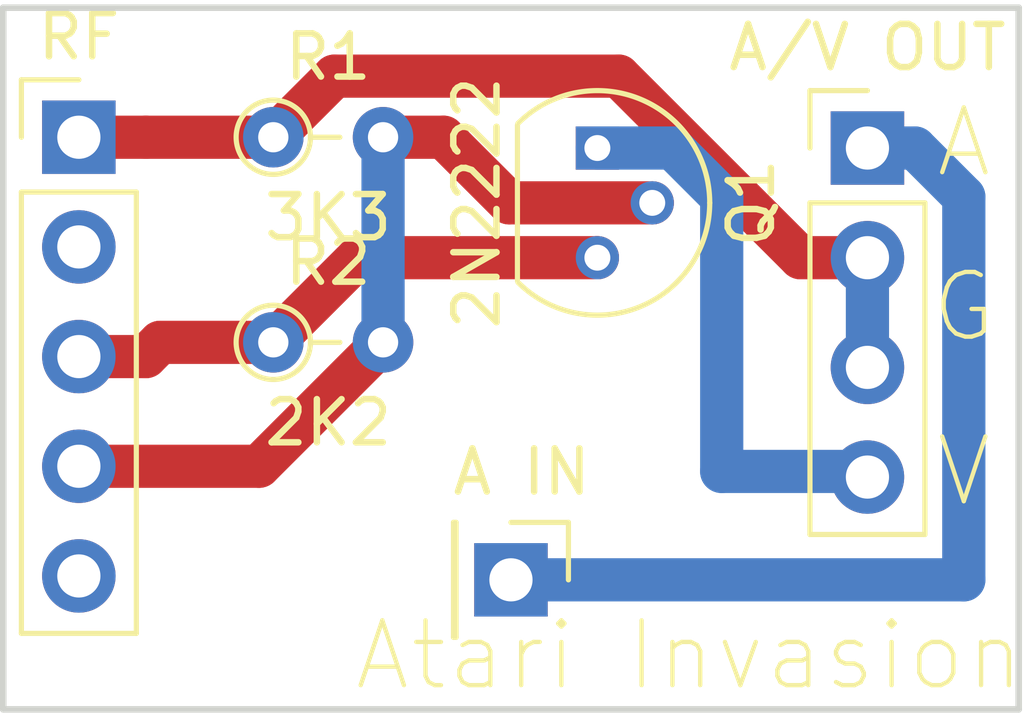
<source format=kicad_pcb>
(kicad_pcb (version 20171130) (host pcbnew 5.1.5+dfsg1-2build2)

  (general
    (thickness 1.6)
    (drawings 8)
    (tracks 26)
    (zones 0)
    (modules 6)
    (nets 8)
  )

  (page A4)
  (layers
    (0 F.Cu signal)
    (31 B.Cu signal)
    (32 B.Adhes user)
    (33 F.Adhes user)
    (34 B.Paste user)
    (35 F.Paste user)
    (36 B.SilkS user)
    (37 F.SilkS user)
    (38 B.Mask user)
    (39 F.Mask user)
    (40 Dwgs.User user)
    (41 Cmts.User user)
    (42 Eco1.User user)
    (43 Eco2.User user)
    (44 Edge.Cuts user)
    (45 Margin user)
    (46 B.CrtYd user)
    (47 F.CrtYd user)
    (48 B.Fab user)
    (49 F.Fab user)
  )

  (setup
    (last_trace_width 0.25)
    (trace_clearance 0.2)
    (zone_clearance 0.508)
    (zone_45_only no)
    (trace_min 0.2)
    (via_size 0.6)
    (via_drill 0.4)
    (via_min_size 0.4)
    (via_min_drill 0.3)
    (uvia_size 0.3)
    (uvia_drill 0.1)
    (uvias_allowed no)
    (uvia_min_size 0.2)
    (uvia_min_drill 0.1)
    (edge_width 0.15)
    (segment_width 0.2)
    (pcb_text_width 0.3)
    (pcb_text_size 1.5 1.5)
    (mod_edge_width 0.15)
    (mod_text_size 1 1)
    (mod_text_width 0.15)
    (pad_size 1 1)
    (pad_drill 0.6)
    (pad_to_mask_clearance 0.2)
    (aux_axis_origin 0 0)
    (visible_elements FFFFFF7F)
    (pcbplotparams
      (layerselection 0x00030_80000001)
      (usegerberextensions false)
      (usegerberattributes false)
      (usegerberadvancedattributes false)
      (creategerberjobfile false)
      (excludeedgelayer true)
      (linewidth 0.100000)
      (plotframeref false)
      (viasonmask false)
      (mode 1)
      (useauxorigin false)
      (hpglpennumber 1)
      (hpglpenspeed 20)
      (hpglpendiameter 15.000000)
      (psnegative false)
      (psa4output false)
      (plotreference true)
      (plotvalue true)
      (plotinvisibletext false)
      (padsonsilk false)
      (subtractmaskfromsilk false)
      (outputformat 1)
      (mirror false)
      (drillshape 1)
      (scaleselection 1)
      (outputdirectory ""))
  )

  (net 0 "")
  (net 1 "Net-(J1-Pad2)")
  (net 2 +5V)
  (net 3 "Net-(J1-Pad4)")
  (net 4 "Net-(J1-Pad5)")
  (net 5 "Net-(J2-Pad1)")
  (net 6 "Net-(J3-Pad4)")
  (net 7 "Net-(J3-Pad3)")

  (net_class Default "This is the default net class."
    (clearance 0.2)
    (trace_width 0.25)
    (via_dia 0.6)
    (via_drill 0.4)
    (uvia_dia 0.3)
    (uvia_drill 0.1)
    (add_net +5V)
    (add_net "Net-(J1-Pad2)")
    (add_net "Net-(J1-Pad4)")
    (add_net "Net-(J1-Pad5)")
    (add_net "Net-(J2-Pad1)")
    (add_net "Net-(J3-Pad3)")
    (add_net "Net-(J3-Pad4)")
  )

  (module Connector_PinHeader_2.54mm:PinHeader_1x04_P2.54mm_Vertical (layer F.Cu) (tedit 59FED5CC) (tstamp 5A84DD92)
    (at 155.25 103)
    (descr "Through hole straight pin header, 1x04, 2.54mm pitch, single row")
    (tags "Through hole pin header THT 1x04 2.54mm single row")
    (path /5A84D4F1)
    (fp_text reference "A/V OUT" (at 0 -2.33) (layer F.SilkS)
      (effects (font (size 1 1) (thickness 0.15)))
    )
    (fp_text value "A/V OUT" (at 0 10.03) (layer F.Fab)
      (effects (font (size 1 1) (thickness 0.15)))
    )
    (fp_text user %R (at 0 2.54 90) (layer F.Fab)
      (effects (font (size 1 1) (thickness 0.15)))
    )
    (fp_line (start 1.8 -1.8) (end -1.8 -1.8) (layer F.CrtYd) (width 0.05))
    (fp_line (start 1.8 9.4) (end 1.8 -1.8) (layer F.CrtYd) (width 0.05))
    (fp_line (start -1.8 9.4) (end 1.8 9.4) (layer F.CrtYd) (width 0.05))
    (fp_line (start -1.8 -1.8) (end -1.8 9.4) (layer F.CrtYd) (width 0.05))
    (fp_line (start -1.33 -1.33) (end 0 -1.33) (layer F.SilkS) (width 0.12))
    (fp_line (start -1.33 0) (end -1.33 -1.33) (layer F.SilkS) (width 0.12))
    (fp_line (start -1.33 1.27) (end 1.33 1.27) (layer F.SilkS) (width 0.12))
    (fp_line (start 1.33 1.27) (end 1.33 8.95) (layer F.SilkS) (width 0.12))
    (fp_line (start -1.33 1.27) (end -1.33 8.95) (layer F.SilkS) (width 0.12))
    (fp_line (start -1.33 8.95) (end 1.33 8.95) (layer F.SilkS) (width 0.12))
    (fp_line (start -1.27 -0.635) (end -0.635 -1.27) (layer F.Fab) (width 0.1))
    (fp_line (start -1.27 8.89) (end -1.27 -0.635) (layer F.Fab) (width 0.1))
    (fp_line (start 1.27 8.89) (end -1.27 8.89) (layer F.Fab) (width 0.1))
    (fp_line (start 1.27 -1.27) (end 1.27 8.89) (layer F.Fab) (width 0.1))
    (fp_line (start -0.635 -1.27) (end 1.27 -1.27) (layer F.Fab) (width 0.1))
    (pad 4 thru_hole oval (at 0 7.62) (size 1.7 1.7) (drill 1) (layers *.Cu *.Mask)
      (net 6 "Net-(J3-Pad4)"))
    (pad 3 thru_hole oval (at 0 5.08) (size 1.7 1.7) (drill 1) (layers *.Cu *.Mask)
      (net 7 "Net-(J3-Pad3)"))
    (pad 2 thru_hole oval (at 0 2.54) (size 1.7 1.7) (drill 1) (layers *.Cu *.Mask)
      (net 7 "Net-(J3-Pad3)"))
    (pad 1 thru_hole rect (at 0 0) (size 1.7 1.7) (drill 1) (layers *.Cu *.Mask)
      (net 5 "Net-(J2-Pad1)"))
    (model ${KISYS3DMOD}/Connector_PinHeader_2.54mm.3dshapes/PinHeader_1x04_P2.54mm_Vertical.wrl
      (at (xyz 0 0 0))
      (scale (xyz 1 1 1))
      (rotate (xyz 0 0 0))
    )
  )

  (module Pin_Headers:Pin_Header_Straight_1x05_Pitch2.54mm (layer F.Cu) (tedit 5A84DF84) (tstamp 5A84DD86)
    (at 137 102.75)
    (descr "Through hole straight pin header, 1x05, 2.54mm pitch, single row")
    (tags "Through hole pin header THT 1x05 2.54mm single row")
    (path /5A84D351)
    (fp_text reference RF (at 0 -2.33) (layer F.SilkS)
      (effects (font (size 1 1) (thickness 0.15)))
    )
    (fp_text value RF (at 0 12.49) (layer F.Fab)
      (effects (font (size 1 1) (thickness 0.15)))
    )
    (fp_line (start -0.635 -1.27) (end 1.27 -1.27) (layer F.Fab) (width 0.1))
    (fp_line (start 1.27 -1.27) (end 1.27 11.43) (layer F.Fab) (width 0.1))
    (fp_line (start 1.27 11.43) (end -1.27 11.43) (layer F.Fab) (width 0.1))
    (fp_line (start -1.27 11.43) (end -1.27 -0.635) (layer F.Fab) (width 0.1))
    (fp_line (start -1.27 -0.635) (end -0.635 -1.27) (layer F.Fab) (width 0.1))
    (fp_line (start -1.33 11.49) (end 1.33 11.49) (layer F.SilkS) (width 0.12))
    (fp_line (start -1.33 1.27) (end -1.33 11.49) (layer F.SilkS) (width 0.12))
    (fp_line (start 1.33 1.27) (end 1.33 11.49) (layer F.SilkS) (width 0.12))
    (fp_line (start -1.33 1.27) (end 1.33 1.27) (layer F.SilkS) (width 0.12))
    (fp_line (start -1.33 0) (end -1.33 -1.33) (layer F.SilkS) (width 0.12))
    (fp_line (start -1.33 -1.33) (end 0 -1.33) (layer F.SilkS) (width 0.12))
    (fp_line (start -1.8 -1.8) (end -1.8 11.95) (layer F.CrtYd) (width 0.05))
    (fp_line (start -1.8 11.95) (end 1.8 11.95) (layer F.CrtYd) (width 0.05))
    (fp_line (start 1.8 11.95) (end 1.8 -1.8) (layer F.CrtYd) (width 0.05))
    (fp_line (start 1.8 -1.8) (end -1.8 -1.8) (layer F.CrtYd) (width 0.05))
    (fp_text user %R (at 0 5.08 90) (layer F.Fab)
      (effects (font (size 1 1) (thickness 0.15)))
    )
    (pad 1 thru_hole rect (at 0 0) (size 1.7 1.7) (drill 1) (layers *.Cu *.Mask)
      (net 7 "Net-(J3-Pad3)"))
    (pad 2 thru_hole oval (at 0 2.54) (size 1.7 1.7) (drill 1) (layers *.Cu *.Mask)
      (net 1 "Net-(J1-Pad2)"))
    (pad 3 thru_hole oval (at 0 5.08) (size 1.7 1.7) (drill 1) (layers *.Cu *.Mask)
      (net 2 +5V))
    (pad 4 thru_hole oval (at 0 7.62) (size 1.7 1.7) (drill 1) (layers *.Cu *.Mask)
      (net 3 "Net-(J1-Pad4)"))
    (pad 5 thru_hole oval (at 0 10.16) (size 1.7 1.7) (drill 1) (layers *.Cu *.Mask)
      (net 4 "Net-(J1-Pad5)"))
    (model ${KISYS3DMOD}/Pin_Headers.3dshapes/Pin_Header_Straight_1x05_Pitch2.54mm.wrl
      (at (xyz 0 0 0))
      (scale (xyz 1 1 1))
      (rotate (xyz 0 0 0))
    )
  )

  (module Pin_Headers:Pin_Header_Straight_1x01_Pitch2.54mm (layer F.Cu) (tedit 5A84DF74) (tstamp 5A84DD8B)
    (at 147 113 270)
    (descr "Through hole straight pin header, 1x01, 2.54mm pitch, single row")
    (tags "Through hole pin header THT 1x01 2.54mm single row")
    (path /5A84D471)
    (fp_text reference "A IN" (at -2.5 -0.25 180) (layer F.SilkS)
      (effects (font (size 1 1) (thickness 0.15)))
    )
    (fp_text value "A IN" (at 0 2.33 270) (layer F.Fab)
      (effects (font (size 1 1) (thickness 0.15)))
    )
    (fp_line (start -0.635 -1.27) (end 1.27 -1.27) (layer F.Fab) (width 0.1))
    (fp_line (start 1.27 -1.27) (end 1.27 1.27) (layer F.Fab) (width 0.1))
    (fp_line (start 1.27 1.27) (end -1.27 1.27) (layer F.Fab) (width 0.1))
    (fp_line (start -1.27 1.27) (end -1.27 -0.635) (layer F.Fab) (width 0.1))
    (fp_line (start -1.27 -0.635) (end -0.635 -1.27) (layer F.Fab) (width 0.1))
    (fp_line (start -1.33 1.33) (end 1.33 1.33) (layer F.SilkS) (width 0.12))
    (fp_line (start -1.33 1.27) (end -1.33 1.33) (layer F.SilkS) (width 0.12))
    (fp_line (start 1.33 1.27) (end 1.33 1.33) (layer F.SilkS) (width 0.12))
    (fp_line (start -1.33 1.27) (end 1.33 1.27) (layer F.SilkS) (width 0.12))
    (fp_line (start -1.33 0) (end -1.33 -1.33) (layer F.SilkS) (width 0.12))
    (fp_line (start -1.33 -1.33) (end 0 -1.33) (layer F.SilkS) (width 0.12))
    (fp_line (start -1.8 -1.8) (end -1.8 1.8) (layer F.CrtYd) (width 0.05))
    (fp_line (start -1.8 1.8) (end 1.8 1.8) (layer F.CrtYd) (width 0.05))
    (fp_line (start 1.8 1.8) (end 1.8 -1.8) (layer F.CrtYd) (width 0.05))
    (fp_line (start 1.8 -1.8) (end -1.8 -1.8) (layer F.CrtYd) (width 0.05))
    (fp_text user %R (at 0 0) (layer F.Fab)
      (effects (font (size 1 1) (thickness 0.15)))
    )
    (pad 1 thru_hole rect (at 0 0 270) (size 1.7 1.7) (drill 1) (layers *.Cu *.Mask)
      (net 5 "Net-(J2-Pad1)"))
    (model ${KISYS3DMOD}/Pin_Headers.3dshapes/Pin_Header_Straight_1x01_Pitch2.54mm.wrl
      (at (xyz 0 0 0))
      (scale (xyz 1 1 1))
      (rotate (xyz 0 0 0))
    )
  )

  (module TO_SOT_Packages_THT:TO-92_Molded_Narrow (layer F.Cu) (tedit 58CE52AF) (tstamp 5A84DD99)
    (at 149 103 270)
    (descr "TO-92 leads molded, narrow, drill 0.6mm (see NXP sot054_po.pdf)")
    (tags "to-92 sc-43 sc-43a sot54 PA33 transistor")
    (path /5A84D18C)
    (fp_text reference Q1 (at 1.27 -3.56 270) (layer F.SilkS)
      (effects (font (size 1 1) (thickness 0.15)))
    )
    (fp_text value 2N2222 (at 1.27 2.79 270) (layer F.SilkS)
      (effects (font (size 1 1) (thickness 0.15)))
    )
    (fp_text user %R (at 1.27 -3.56 270) (layer F.Fab)
      (effects (font (size 1 1) (thickness 0.15)))
    )
    (fp_line (start -0.53 1.85) (end 3.07 1.85) (layer F.SilkS) (width 0.12))
    (fp_line (start -0.5 1.75) (end 3 1.75) (layer F.Fab) (width 0.1))
    (fp_line (start -1.46 -2.73) (end 4 -2.73) (layer F.CrtYd) (width 0.05))
    (fp_line (start -1.46 -2.73) (end -1.46 2.01) (layer F.CrtYd) (width 0.05))
    (fp_line (start 4 2.01) (end 4 -2.73) (layer F.CrtYd) (width 0.05))
    (fp_line (start 4 2.01) (end -1.46 2.01) (layer F.CrtYd) (width 0.05))
    (fp_arc (start 1.27 0) (end 1.27 -2.48) (angle 135) (layer F.Fab) (width 0.1))
    (fp_arc (start 1.27 0) (end 1.27 -2.6) (angle -135) (layer F.SilkS) (width 0.12))
    (fp_arc (start 1.27 0) (end 1.27 -2.48) (angle -135) (layer F.Fab) (width 0.1))
    (fp_arc (start 1.27 0) (end 1.27 -2.6) (angle 135) (layer F.SilkS) (width 0.12))
    (pad 2 thru_hole circle (at 1.27 -1.27) (size 1 1) (drill 0.6) (layers *.Cu *.Mask)
      (net 3 "Net-(J1-Pad4)"))
    (pad 3 thru_hole circle (at 2.54 0) (size 1 1) (drill 0.6) (layers *.Cu *.Mask)
      (net 2 +5V))
    (pad 1 thru_hole rect (at 0 0) (size 1 1) (drill 0.6) (layers *.Cu *.Mask)
      (net 6 "Net-(J3-Pad4)"))
    (model ${KISYS3DMOD}/TO_SOT_Packages_THT.3dshapes/TO-92_Molded_Narrow.wrl
      (offset (xyz 1.269999980926514 0 0))
      (scale (xyz 1 1 1))
      (rotate (xyz 0 0 -90))
    )
  )

  (module Resistors_THT:R_Axial_DIN0204_L3.6mm_D1.6mm_P2.54mm_Vertical (layer F.Cu) (tedit 5874F706) (tstamp 5A84DD9F)
    (at 141.5 102.75)
    (descr "Resistor, Axial_DIN0204 series, Axial, Vertical, pin pitch=2.54mm, 0.16666666666666666W = 1/6W, length*diameter=3.6*1.6mm^2, http://cdn-reichelt.de/documents/datenblatt/B400/1_4W%23YAG.pdf")
    (tags "Resistor Axial_DIN0204 series Axial Vertical pin pitch 2.54mm 0.16666666666666666W = 1/6W length 3.6mm diameter 1.6mm")
    (path /5A84D8D4)
    (fp_text reference R1 (at 1.27 -1.86) (layer F.SilkS)
      (effects (font (size 1 1) (thickness 0.15)))
    )
    (fp_text value 3K3 (at 1.27 1.86) (layer F.SilkS)
      (effects (font (size 1 1) (thickness 0.15)))
    )
    (fp_circle (center 0 0) (end 0.8 0) (layer F.Fab) (width 0.1))
    (fp_circle (center 0 0) (end 0.86 0) (layer F.SilkS) (width 0.12))
    (fp_line (start 0 0) (end 2.54 0) (layer F.Fab) (width 0.1))
    (fp_line (start 0.86 0) (end 1.54 0) (layer F.SilkS) (width 0.12))
    (fp_line (start -1.15 -1.15) (end -1.15 1.15) (layer F.CrtYd) (width 0.05))
    (fp_line (start -1.15 1.15) (end 3.55 1.15) (layer F.CrtYd) (width 0.05))
    (fp_line (start 3.55 1.15) (end 3.55 -1.15) (layer F.CrtYd) (width 0.05))
    (fp_line (start 3.55 -1.15) (end -1.15 -1.15) (layer F.CrtYd) (width 0.05))
    (pad 1 thru_hole circle (at 0 0) (size 1.4 1.4) (drill 0.7) (layers *.Cu *.Mask)
      (net 7 "Net-(J3-Pad3)"))
    (pad 2 thru_hole oval (at 2.54 0) (size 1.4 1.4) (drill 0.7) (layers *.Cu *.Mask)
      (net 3 "Net-(J1-Pad4)"))
    (model ${KISYS3DMOD}/Resistors_THT.3dshapes/R_Axial_DIN0204_L3.6mm_D1.6mm_P2.54mm_Vertical.wrl
      (at (xyz 0 0 0))
      (scale (xyz 0.393701 0.393701 0.393701))
      (rotate (xyz 0 0 0))
    )
  )

  (module Resistors_THT:R_Axial_DIN0204_L3.6mm_D1.6mm_P2.54mm_Vertical (layer F.Cu) (tedit 5874F706) (tstamp 5A84DDA5)
    (at 141.5 107.5)
    (descr "Resistor, Axial_DIN0204 series, Axial, Vertical, pin pitch=2.54mm, 0.16666666666666666W = 1/6W, length*diameter=3.6*1.6mm^2, http://cdn-reichelt.de/documents/datenblatt/B400/1_4W%23YAG.pdf")
    (tags "Resistor Axial_DIN0204 series Axial Vertical pin pitch 2.54mm 0.16666666666666666W = 1/6W length 3.6mm diameter 1.6mm")
    (path /5A84D731)
    (fp_text reference R2 (at 1.27 -1.86) (layer F.SilkS)
      (effects (font (size 1 1) (thickness 0.15)))
    )
    (fp_text value 2K2 (at 1.27 1.86) (layer F.SilkS)
      (effects (font (size 1 1) (thickness 0.15)))
    )
    (fp_circle (center 0 0) (end 0.8 0) (layer F.Fab) (width 0.1))
    (fp_circle (center 0 0) (end 0.86 0) (layer F.SilkS) (width 0.12))
    (fp_line (start 0 0) (end 2.54 0) (layer F.Fab) (width 0.1))
    (fp_line (start 0.86 0) (end 1.54 0) (layer F.SilkS) (width 0.12))
    (fp_line (start -1.15 -1.15) (end -1.15 1.15) (layer F.CrtYd) (width 0.05))
    (fp_line (start -1.15 1.15) (end 3.55 1.15) (layer F.CrtYd) (width 0.05))
    (fp_line (start 3.55 1.15) (end 3.55 -1.15) (layer F.CrtYd) (width 0.05))
    (fp_line (start 3.55 -1.15) (end -1.15 -1.15) (layer F.CrtYd) (width 0.05))
    (pad 1 thru_hole circle (at 0 0) (size 1.4 1.4) (drill 0.7) (layers *.Cu *.Mask)
      (net 2 +5V))
    (pad 2 thru_hole oval (at 2.54 0) (size 1.4 1.4) (drill 0.7) (layers *.Cu *.Mask)
      (net 3 "Net-(J1-Pad4)"))
    (model ${KISYS3DMOD}/Resistors_THT.3dshapes/R_Axial_DIN0204_L3.6mm_D1.6mm_P2.54mm_Vertical.wrl
      (at (xyz 0 0 0))
      (scale (xyz 0.393701 0.393701 0.393701))
      (rotate (xyz 0 0 0))
    )
  )

  (gr_text V (at 157.48 110.49) (layer F.SilkS) (tstamp 607457BB)
    (effects (font (size 1.5 1.5) (thickness 0.1)))
  )
  (gr_text G (at 157.48 106.68) (layer F.SilkS) (tstamp 607457B6)
    (effects (font (size 1.5 1.5) (thickness 0.1)))
  )
  (gr_text A (at 157.48 102.87) (layer F.SilkS)
    (effects (font (size 1.5 1.5) (thickness 0.1)))
  )
  (gr_text "Atari Invasion" (at 151.13 114.75) (layer F.SilkS)
    (effects (font (size 1.5 1.5) (thickness 0.1)))
  )
  (gr_line (start 158.75 116) (end 135.25 116) (angle 90) (layer Edge.Cuts) (width 0.15))
  (gr_line (start 158.75 99.75) (end 158.75 116) (angle 90) (layer Edge.Cuts) (width 0.15))
  (gr_line (start 135.25 99.75) (end 158.75 99.75) (angle 90) (layer Edge.Cuts) (width 0.15))
  (gr_line (start 135.25 116) (end 135.25 99.75) (angle 90) (layer Edge.Cuts) (width 0.15))

  (segment (start 151.8775 110.49) (end 155.25 110.49) (width 1) (layer B.Cu) (net 6))
  (segment (start 155.25 105.54) (end 153.6997 105.54) (width 1) (layer F.Cu) (net 7))
  (segment (start 137 102.75) (end 138.5503 102.75) (width 1) (layer F.Cu) (net 7))
  (segment (start 142.9148 101.3352) (end 141.5 102.75) (width 1) (layer F.Cu) (net 7))
  (segment (start 149.4949 101.3352) (end 142.9148 101.3352) (width 1) (layer F.Cu) (net 7))
  (segment (start 153.6997 105.54) (end 149.4949 101.3352) (width 1) (layer F.Cu) (net 7))
  (segment (start 141.5 102.75) (end 138.5503 102.75) (width 1) (layer F.Cu) (net 7))
  (segment (start 138.8803 107.5) (end 138.5503 107.83) (width 1) (layer F.Cu) (net 2))
  (segment (start 141.5 107.5) (end 138.8803 107.5) (width 1) (layer F.Cu) (net 2))
  (segment (start 137 107.83) (end 138.5503 107.83) (width 1) (layer F.Cu) (net 2))
  (segment (start 143.46 105.54) (end 141.5 107.5) (width 1) (layer F.Cu) (net 2))
  (segment (start 149 105.54) (end 143.46 105.54) (width 1) (layer F.Cu) (net 2))
  (segment (start 144.04 107.5) (end 144.04 102.75) (width 1) (layer B.Cu) (net 3))
  (segment (start 141.17 110.37) (end 137 110.37) (width 1) (layer F.Cu) (net 3))
  (segment (start 144.04 107.5) (end 141.17 110.37) (width 1) (layer F.Cu) (net 3))
  (segment (start 146.9603 104.27) (end 150.27 104.27) (width 1) (layer F.Cu) (net 3))
  (segment (start 145.4403 102.75) (end 146.9603 104.27) (width 1) (layer F.Cu) (net 3))
  (segment (start 144.04 102.75) (end 145.4403 102.75) (width 1) (layer F.Cu) (net 3))
  (segment (start 157.48 104.13) (end 156.35 103) (width 1) (layer B.Cu) (net 5))
  (segment (start 157.48 113) (end 157.48 104.13) (width 1) (layer B.Cu) (net 5))
  (segment (start 156.35 103) (end 155.25 103) (width 1) (layer B.Cu) (net 5))
  (segment (start 147 113) (end 157.48 113) (width 1) (layer B.Cu) (net 5))
  (segment (start 150.7427 103) (end 151.8775 104.1348) (width 1) (layer B.Cu) (net 6))
  (segment (start 149 103) (end 150.7427 103) (width 1) (layer B.Cu) (net 6))
  (segment (start 151.8775 104.14) (end 151.8775 110.49) (width 1) (layer B.Cu) (net 6))
  (segment (start 155.25 108.08) (end 155.25 105.54) (width 1) (layer B.Cu) (net 7))

)

</source>
